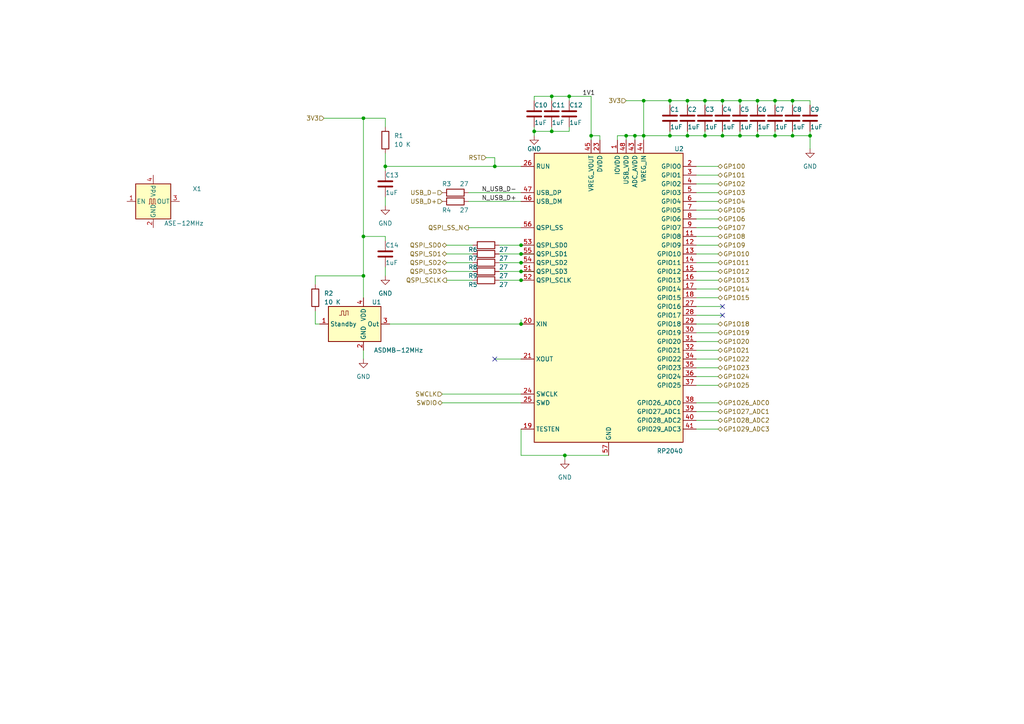
<source format=kicad_sch>
(kicad_sch (version 20230121) (generator eeschema)
  (paper "A4")
  (lib_symbols
    (symbol "Device:C" (pin_numbers hide) (pin_names (offset 0.254))
      (property "Reference" "C" (at 0.635 2.54 0))
      (property "Value" "C" (at 0.635 -2.54 0))
      (symbol "C_0_1"
        (polyline (pts (xy -2.032 -0.762) (xy 2.032 -0.762)) (stroke (width 0.508)))
        (polyline (pts (xy -2.032 0.762) (xy 2.032 0.762)) (stroke (width 0.508)))
      )
      (symbol "C_1_1"
        (pin passive line (at 0 3.81 270) (length 2.794) (name "~") (number "1"))
        (pin passive line (at 0 -3.81 90) (length 2.794) (name "~") (number "2"))
      )
    )
    (symbol "Device:R" (pin_numbers hide) (pin_names (offset 0))
      (property "Reference" "R" (at 2.032 0 90))
      (property "Value" "R" (at 0 0 90))
      (symbol "R_0_1"
        (rectangle (start -1.016 -2.54) (end 1.016 2.54) (stroke (width 0.254)))
      )
      (symbol "R_1_1"
        (pin passive line (at 0 3.81 270) (length 1.27) (name "~") (number "1"))
        (pin passive line (at 0 -3.81 90) (length 1.27) (name "~") (number "2"))
      )
    )
    (symbol "MCU_RaspberryPi:RP2040"
      (property "Reference" "U" (at 17.78 45.72 0))
      (property "Value" "RP2040" (at 17.78 43.18 0))
      (symbol "RP2040_0_1"
        (rectangle (start -21.59 41.91) (end 21.59 -41.91) (stroke (width 0.254)) (fill (type background)))
      )
      (symbol "RP2040_1_1"
        (pin power_in line (at 2.54 45.72 270) (length 3.81) (name "IOVDD") (number "1"))
        (pin passive line (at 2.54 45.72 270) (length 3.81) hide (name "IOVDD") (number "10"))
        (pin bidirectional line (at 25.4 17.78 180) (length 3.81) (name "GPIO8") (number "11"))
        (pin bidirectional line (at 25.4 15.24 180) (length 3.81) (name "GPIO9") (number "12"))
        (pin bidirectional line (at 25.4 12.7 180) (length 3.81) (name "GPIO10") (number "13"))
        (pin bidirectional line (at 25.4 10.16 180) (length 3.81) (name "GPIO11") (number "14"))
        (pin bidirectional line (at 25.4 7.62 180) (length 3.81) (name "GPIO12") (number "15"))
        (pin bidirectional line (at 25.4 5.08 180) (length 3.81) (name "GPIO13") (number "16"))
        (pin bidirectional line (at 25.4 2.54 180) (length 3.81) (name "GPIO14") (number "17"))
        (pin bidirectional line (at 25.4 0 180) (length 3.81) (name "GPIO15") (number "18"))
        (pin input line (at -25.4 -38.1 0) (length 3.81) (name "TESTEN") (number "19"))
        (pin bidirectional line (at 25.4 38.1 180) (length 3.81) (name "GPIO0") (number "2"))
        (pin input line (at -25.4 -7.62 0) (length 3.81) (name "XIN") (number "20"))
        (pin passive line (at -25.4 -17.78 0) (length 3.81) (name "XOUT") (number "21"))
        (pin passive line (at 2.54 45.72 270) (length 3.81) hide (name "IOVDD") (number "22"))
        (pin power_in line (at -2.54 45.72 270) (length 3.81) (name "DVDD") (number "23"))
        (pin input line (at -25.4 -27.94 0) (length 3.81) (name "SWCLK") (number "24"))
        (pin bidirectional line (at -25.4 -30.48 0) (length 3.81) (name "SWD") (number "25"))
        (pin input line (at -25.4 38.1 0) (length 3.81) (name "RUN") (number "26"))
        (pin bidirectional line (at 25.4 -2.54 180) (length 3.81) (name "GPIO16") (number "27"))
        (pin bidirectional line (at 25.4 -5.08 180) (length 3.81) (name "GPIO17") (number "28"))
        (pin bidirectional line (at 25.4 -7.62 180) (length 3.81) (name "GPIO18") (number "29"))
        (pin bidirectional line (at 25.4 35.56 180) (length 3.81) (name "GPIO1") (number "3"))
        (pin bidirectional line (at 25.4 -10.16 180) (length 3.81) (name "GPIO19") (number "30"))
        (pin bidirectional line (at 25.4 -12.7 180) (length 3.81) (name "GPIO20") (number "31"))
        (pin bidirectional line (at 25.4 -15.24 180) (length 3.81) (name "GPIO21") (number "32"))
        (pin passive line (at 2.54 45.72 270) (length 3.81) hide (name "IOVDD") (number "33"))
        (pin bidirectional line (at 25.4 -17.78 180) (length 3.81) (name "GPIO22") (number "34"))
        (pin bidirectional line (at 25.4 -20.32 180) (length 3.81) (name "GPIO23") (number "35"))
        (pin bidirectional line (at 25.4 -22.86 180) (length 3.81) (name "GPIO24") (number "36"))
        (pin bidirectional line (at 25.4 -25.4 180) (length 3.81) (name "GPIO25") (number "37"))
        (pin bidirectional line (at 25.4 -30.48 180) (length 3.81) (name "GPIO26_ADC0") (number "38"))
        (pin bidirectional line (at 25.4 -33.02 180) (length 3.81) (name "GPIO27_ADC1") (number "39"))
        (pin bidirectional line (at 25.4 33.02 180) (length 3.81) (name "GPIO2") (number "4"))
        (pin bidirectional line (at 25.4 -35.56 180) (length 3.81) (name "GPIO28_ADC2") (number "40"))
        (pin bidirectional line (at 25.4 -38.1 180) (length 3.81) (name "GPIO29_ADC3") (number "41"))
        (pin passive line (at 2.54 45.72 270) (length 3.81) hide (name "IOVDD") (number "42"))
        (pin power_in line (at 7.62 45.72 270) (length 3.81) (name "ADC_AVDD") (number "43"))
        (pin power_in line (at 10.16 45.72 270) (length 3.81) (name "VREG_IN") (number "44"))
        (pin power_out line (at -5.08 45.72 270) (length 3.81) (name "VREG_VOUT") (number "45"))
        (pin bidirectional line (at -25.4 27.94 0) (length 3.81) (name "USB_DM") (number "46"))
        (pin bidirectional line (at -25.4 30.48 0) (length 3.81) (name "USB_DP") (number "47"))
        (pin power_in line (at 5.08 45.72 270) (length 3.81) (name "USB_VDD") (number "48"))
        (pin passive line (at 2.54 45.72 270) (length 3.81) hide (name "IOVDD") (number "49"))
        (pin bidirectional line (at 25.4 30.48 180) (length 3.81) (name "GPIO3") (number "5"))
        (pin passive line (at -2.54 45.72 270) (length 3.81) hide (name "DVDD") (number "50"))
        (pin bidirectional line (at -25.4 7.62 0) (length 3.81) (name "QSPI_SD3") (number "51"))
        (pin output line (at -25.4 5.08 0) (length 3.81) (name "QSPI_SCLK") (number "52"))
        (pin bidirectional line (at -25.4 15.24 0) (length 3.81) (name "QSPI_SD0") (number "53"))
        (pin bidirectional line (at -25.4 10.16 0) (length 3.81) (name "QSPI_SD2") (number "54"))
        (pin bidirectional line (at -25.4 12.7 0) (length 3.81) (name "QSPI_SD1") (number "55"))
        (pin bidirectional line (at -25.4 20.32 0) (length 3.81) (name "QSPI_SS") (number "56"))
        (pin power_in line (at 0 -45.72 90) (length 3.81) (name "GND") (number "57"))
        (pin bidirectional line (at 25.4 27.94 180) (length 3.81) (name "GPIO4") (number "6"))
        (pin bidirectional line (at 25.4 25.4 180) (length 3.81) (name "GPIO5") (number "7"))
        (pin bidirectional line (at 25.4 22.86 180) (length 3.81) (name "GPIO6") (number "8"))
        (pin bidirectional line (at 25.4 20.32 180) (length 3.81) (name "GPIO7") (number "9"))
      )
    )
    (symbol "Oscillator:ASDMB-xxxMHz"
      (property "Reference" "U" (at -6.35 6.35 0))
      (property "Value" "ASDMB-xxxMHz" (at 11.43 6.35 0))
      (symbol "ASDMB-xxxMHz_1_1"
        (rectangle (start -7.62 5.08) (end 7.62 -5.08) (stroke (width 0.254)) (fill (type background)))
        (polyline (pts (xy -4.445 2.54) (xy -3.81 2.54) (xy -3.81 3.81) (xy -3.175 3.81) (xy -3.175 2.54) (xy -2.54 2.54) (xy -2.54 3.81) (xy -1.905 3.81) (xy -1.905 2.54)))
        (pin input line (at -10.16 0 0) (length 2.54) (name "Standby") (number "1"))
        (pin power_in line (at 2.54 -7.62 90) (length 2.54) (name "GND") (number "2"))
        (pin output line (at 10.16 0 180) (length 2.54) (name "Out") (number "3"))
        (pin power_in line (at 2.54 7.62 270) (length 2.54) (name "VDD") (number "4"))
      )
    )
    (symbol "Oscillator:ASE-xxxMHz" (pin_names (offset 0.254))
      (property "Reference" "X" (at -5.08 6.35 0))
      (property "Value" "ASE-xxxMHz" (at 1.27 -6.35 0))
      (symbol "ASE-xxxMHz_0_1"
        (rectangle (start -5.08 5.08) (end 5.08 -5.08) (stroke (width 0.254)) (fill (type background)))
        (polyline (pts (xy -1.27 -0.762) (xy -1.016 -0.762) (xy -1.016 0.762) (xy -0.508 0.762) (xy -0.508 -0.762) (xy 0 -0.762) (xy 0 0.762) (xy 0.508 0.762) (xy 0.508 -0.762) (xy 0.762 -0.762)))
      )
      (symbol "ASE-xxxMHz_1_1"
        (pin input line (at -7.62 0 0) (length 2.54) (name "EN") (number "1"))
        (pin power_in line (at 0 -7.62 90) (length 2.54) (name "GND") (number "2"))
        (pin output line (at 7.62 0 180) (length 2.54) (name "OUT") (number "3"))
        (pin power_in line (at 0 7.62 270) (length 2.54) (name "Vdd") (number "4"))
      )
    )
    (symbol "power:GND" (power) (pin_names (offset 0))
      (property "Value" "GND" (at 0 -3.81 0))
      (symbol "GND_0_1"
        (polyline (pts (xy 0 0) (xy 0 -1.27) (xy 1.27 -1.27) (xy 0 -2.54) (xy -1.27 -1.27) (xy 0 -1.27)))
      )
      (symbol "GND_1_1"
        (pin power_in line (at 0 0 270) (length 0) hide (name "GND") (number "1"))
      )
    )
  )
  (junction (at 199.39 39.37))
  (junction (at 105.41 80.01))
  (junction (at 163.83 132.08))
  (junction (at 151.13 71.12))
  (junction (at 209.55 29.21))
  (junction (at 214.63 39.37))
  (junction (at 151.13 76.2))
  (junction (at 214.63 29.21))
  (junction (at 229.87 39.37))
  (junction (at 171.45 39.37))
  (junction (at 224.79 29.21))
  (junction (at 184.15 39.37))
  (junction (at 204.47 39.37))
  (junction (at 151.13 73.66))
  (junction (at 199.39 29.21))
  (junction (at 151.13 81.28))
  (junction (at 204.47 29.21))
  (junction (at 209.55 39.37))
  (junction (at 186.69 29.21))
  (junction (at 229.87 29.21))
  (junction (at 111.76 48.26))
  (junction (at 151.13 93.98))
  (junction (at 194.31 39.37))
  (junction (at 160.02 27.94))
  (junction (at 105.41 68.58))
  (junction (at 234.95 39.37))
  (junction (at 194.31 29.21))
  (junction (at 105.41 34.29))
  (junction (at 165.1 27.94))
  (junction (at 151.13 78.74))
  (junction (at 181.61 39.37))
  (junction (at 154.94 38.1))
  (junction (at 224.79 39.37))
  (junction (at 219.71 29.21))
  (junction (at 143.51 48.26))
  (junction (at 186.69 39.37))
  (junction (at 219.71 39.37))
  (junction (at 160.02 38.1))
  (no_connect (at 143.51 104.14))
  (no_connect (at 209.55 88.9))
  (no_connect (at 209.55 91.44))
  (wire (pts (xy 201.93 124.46) (xy 208.28 124.46)))
  (wire (pts (xy 186.69 39.37) (xy 194.31 39.37)))
  (wire (pts (xy 201.93 78.74) (xy 208.28 78.74)))
  (wire (pts (xy 111.76 57.15) (xy 111.76 59.69)))
  (wire (pts (xy 144.78 76.2) (xy 151.13 76.2)))
  (wire (pts (xy 194.31 39.37) (xy 194.31 38.1)))
  (wire (pts (xy 204.47 39.37) (xy 204.47 38.1)))
  (wire (pts (xy 140.97 45.72) (xy 143.51 45.72)))
  (wire (pts (xy 171.45 39.37) (xy 171.45 40.64)))
  (wire (pts (xy 144.78 81.28) (xy 151.13 81.28)))
  (wire (pts (xy 199.39 39.37) (xy 204.47 39.37)))
  (wire (pts (xy 129.54 78.74) (xy 137.16 78.74)))
  (wire (pts (xy 181.61 29.21) (xy 186.69 29.21)))
  (wire (pts (xy 214.63 39.37) (xy 219.71 39.37)))
  (wire (pts (xy 214.63 29.21) (xy 219.71 29.21)))
  (wire (pts (xy 204.47 29.21) (xy 204.47 30.48)))
  (wire (pts (xy 194.31 29.21) (xy 199.39 29.21)))
  (wire (pts (xy 173.99 39.37) (xy 173.99 40.64)))
  (wire (pts (xy 111.76 68.58) (xy 111.76 69.85)))
  (wire (pts (xy 163.83 132.08) (xy 176.53 132.08)))
  (wire (pts (xy 160.02 38.1) (xy 160.02 36.83)))
  (wire (pts (xy 219.71 39.37) (xy 224.79 39.37)))
  (wire (pts (xy 201.93 91.44) (xy 209.55 91.44)))
  (wire (pts (xy 201.93 116.84) (xy 208.28 116.84)))
  (wire (pts (xy 154.94 76.2) (xy 151.13 76.2)))
  (wire (pts (xy 144.78 71.12) (xy 151.13 71.12)))
  (wire (pts (xy 105.41 68.58) (xy 111.76 68.58)))
  (wire (pts (xy 201.93 81.28) (xy 208.28 81.28)))
  (wire (pts (xy 91.44 82.55) (xy 91.44 80.01)))
  (wire (pts (xy 129.54 81.28) (xy 137.16 81.28)))
  (wire (pts (xy 129.54 73.66) (xy 137.16 73.66)))
  (wire (pts (xy 129.54 71.12) (xy 137.16 71.12)))
  (wire (pts (xy 105.41 34.29) (xy 105.41 68.58)))
  (wire (pts (xy 201.93 83.82) (xy 208.28 83.82)))
  (wire (pts (xy 143.51 45.72) (xy 143.51 48.26)))
  (wire (pts (xy 154.94 73.66) (xy 151.13 73.66)))
  (wire (pts (xy 199.39 39.37) (xy 199.39 38.1)))
  (wire (pts (xy 128.27 116.84) (xy 151.13 116.84)))
  (wire (pts (xy 201.93 68.58) (xy 208.28 68.58)))
  (wire (pts (xy 214.63 39.37) (xy 214.63 38.1)))
  (wire (pts (xy 201.93 96.52) (xy 208.28 96.52)))
  (wire (pts (xy 229.87 39.37) (xy 229.87 38.1)))
  (wire (pts (xy 160.02 27.94) (xy 165.1 27.94)))
  (wire (pts (xy 93.98 34.29) (xy 105.41 34.29)))
  (wire (pts (xy 105.41 34.29) (xy 111.76 34.29)))
  (wire (pts (xy 201.93 119.38) (xy 208.28 119.38)))
  (wire (pts (xy 91.44 93.98) (xy 92.71 93.98)))
  (wire (pts (xy 163.83 132.08) (xy 163.83 133.35)))
  (wire (pts (xy 105.41 68.58) (xy 105.41 80.01)))
  (wire (pts (xy 105.41 80.01) (xy 105.41 86.36)))
  (wire (pts (xy 151.13 132.08) (xy 151.13 124.46)))
  (wire (pts (xy 201.93 104.14) (xy 208.28 104.14)))
  (wire (pts (xy 154.94 38.1) (xy 154.94 36.83)))
  (wire (pts (xy 184.15 39.37) (xy 181.61 39.37)))
  (wire (pts (xy 144.78 73.66) (xy 151.13 73.66)))
  (wire (pts (xy 165.1 38.1) (xy 165.1 36.83)))
  (wire (pts (xy 201.93 86.36) (xy 208.28 86.36)))
  (wire (pts (xy 214.63 29.21) (xy 214.63 30.48)))
  (wire (pts (xy 91.44 80.01) (xy 105.41 80.01)))
  (wire (pts (xy 199.39 29.21) (xy 204.47 29.21)))
  (wire (pts (xy 160.02 27.94) (xy 160.02 29.21)))
  (wire (pts (xy 229.87 39.37) (xy 234.95 39.37)))
  (wire (pts (xy 201.93 99.06) (xy 208.28 99.06)))
  (wire (pts (xy 151.13 132.08) (xy 163.83 132.08)))
  (wire (pts (xy 201.93 109.22) (xy 208.28 109.22)))
  (wire (pts (xy 201.93 88.9) (xy 209.55 88.9)))
  (wire (pts (xy 154.94 27.94) (xy 160.02 27.94)))
  (wire (pts (xy 154.94 78.74) (xy 151.13 78.74)))
  (wire (pts (xy 199.39 29.21) (xy 199.39 30.48)))
  (wire (pts (xy 219.71 39.37) (xy 219.71 38.1)))
  (wire (pts (xy 201.93 48.26) (xy 208.28 48.26)))
  (wire (pts (xy 201.93 73.66) (xy 208.28 73.66)))
  (wire (pts (xy 111.76 44.45) (xy 111.76 48.26)))
  (wire (pts (xy 224.79 29.21) (xy 229.87 29.21)))
  (wire (pts (xy 201.93 53.34) (xy 208.28 53.34)))
  (wire (pts (xy 111.76 77.47) (xy 111.76 80.01)))
  (wire (pts (xy 184.15 39.37) (xy 184.15 40.64)))
  (wire (pts (xy 201.93 71.12) (xy 208.28 71.12)))
  (wire (pts (xy 111.76 48.26) (xy 111.76 49.53)))
  (wire (pts (xy 201.93 60.96) (xy 208.28 60.96)))
  (wire (pts (xy 219.71 29.21) (xy 224.79 29.21)))
  (wire (pts (xy 105.41 101.6) (xy 105.41 104.14)))
  (wire (pts (xy 160.02 38.1) (xy 165.1 38.1)))
  (wire (pts (xy 209.55 39.37) (xy 214.63 39.37)))
  (wire (pts (xy 184.15 39.37) (xy 186.69 39.37)))
  (wire (pts (xy 111.76 34.29) (xy 111.76 36.83)))
  (wire (pts (xy 209.55 29.21) (xy 209.55 30.48)))
  (wire (pts (xy 128.27 114.3) (xy 151.13 114.3)))
  (wire (pts (xy 201.93 63.5) (xy 208.28 63.5)))
  (wire (pts (xy 201.93 55.88) (xy 208.28 55.88)))
  (wire (pts (xy 186.69 29.21) (xy 186.69 39.37)))
  (wire (pts (xy 171.45 39.37) (xy 171.45 27.94)))
  (wire (pts (xy 154.94 27.94) (xy 154.94 29.21)))
  (wire (pts (xy 154.94 81.28) (xy 151.13 81.28)))
  (wire (pts (xy 165.1 27.94) (xy 165.1 29.21)))
  (wire (pts (xy 143.51 104.14) (xy 151.13 104.14)))
  (wire (pts (xy 234.95 29.21) (xy 234.95 30.48)))
  (wire (pts (xy 201.93 76.2) (xy 208.28 76.2)))
  (wire (pts (xy 135.89 55.88) (xy 151.13 55.88)))
  (wire (pts (xy 186.69 40.64) (xy 186.69 39.37)))
  (wire (pts (xy 201.93 93.98) (xy 208.28 93.98)))
  (wire (pts (xy 201.93 111.76) (xy 208.28 111.76)))
  (wire (pts (xy 154.94 38.1) (xy 160.02 38.1)))
  (wire (pts (xy 181.61 39.37) (xy 179.07 39.37)))
  (wire (pts (xy 143.51 48.26) (xy 151.13 48.26)))
  (wire (pts (xy 201.93 58.42) (xy 208.28 58.42)))
  (wire (pts (xy 91.44 90.17) (xy 91.44 93.98)))
  (wire (pts (xy 201.93 50.8) (xy 208.28 50.8)))
  (wire (pts (xy 194.31 39.37) (xy 199.39 39.37)))
  (wire (pts (xy 201.93 66.04) (xy 208.28 66.04)))
  (wire (pts (xy 144.78 78.74) (xy 151.13 78.74)))
  (wire (pts (xy 129.54 76.2) (xy 137.16 76.2)))
  (wire (pts (xy 224.79 39.37) (xy 229.87 39.37)))
  (wire (pts (xy 224.79 29.21) (xy 224.79 30.48)))
  (wire (pts (xy 111.76 48.26) (xy 143.51 48.26)))
  (wire (pts (xy 201.93 106.68) (xy 208.28 106.68)))
  (wire (pts (xy 209.55 39.37) (xy 209.55 38.1)))
  (wire (pts (xy 154.94 38.1) (xy 154.94 39.37)))
  (wire (pts (xy 179.07 39.37) (xy 179.07 40.64)))
  (wire (pts (xy 234.95 39.37) (xy 234.95 38.1)))
  (wire (pts (xy 135.89 58.42) (xy 151.13 58.42)))
  (wire (pts (xy 181.61 39.37) (xy 181.61 40.64)))
  (wire (pts (xy 165.1 27.94) (xy 171.45 27.94)))
  (wire (pts (xy 201.93 101.6) (xy 208.28 101.6)))
  (wire (pts (xy 154.94 71.12) (xy 151.13 71.12)))
  (wire (pts (xy 209.55 29.21) (xy 214.63 29.21)))
  (wire (pts (xy 229.87 29.21) (xy 229.87 30.48)))
  (wire (pts (xy 194.31 29.21) (xy 194.31 30.48)))
  (wire (pts (xy 135.89 66.04) (xy 151.13 66.04)))
  (wire (pts (xy 204.47 39.37) (xy 209.55 39.37)))
  (wire (pts (xy 204.47 29.21) (xy 209.55 29.21)))
  (wire (pts (xy 171.45 39.37) (xy 173.99 39.37)))
  (wire (pts (xy 186.69 29.21) (xy 194.31 29.21)))
  (wire (pts (xy 219.71 29.21) (xy 219.71 30.48)))
  (wire (pts (xy 224.79 39.37) (xy 224.79 38.1)))
  (wire (pts (xy 151.13 93.98) (xy 151.13 92.71)))
  (wire (pts (xy 201.93 121.92) (xy 208.28 121.92)))
  (wire (pts (xy 234.95 39.37) (xy 234.95 43.18)))
  (wire (pts (xy 229.87 29.21) (xy 234.95 29.21)))
  (wire (pts (xy 113.03 93.98) (xy 151.13 93.98)))
  (label "1V1" (at 168.91 27.94 0))
  (label "N_USB_D-" (at 139.7 55.88 0))
  (label "N_USB_D+" (at 139.7 58.42 0))
  (hierarchical_label "QSPI_SS_N" (shape output) (at 135.89 66.04 180))
  (hierarchical_label "GP1O2" (shape tri_state) (at 208.28 53.34 0))
  (hierarchical_label "GP1O3" (shape tri_state) (at 208.28 55.88 0))
  (hierarchical_label "GP1O27_ADC1" (shape bidirectional) (at 208.28 119.38 0))
  (hierarchical_label "GP1O14" (shape bidirectional) (at 208.28 83.82 0))
  (hierarchical_label "GP1O18" (shape bidirectional) (at 208.28 93.98 0))
  (hierarchical_label "USB_D+" (shape input) (at 128.27 58.42 180))
  (hierarchical_label "QSPI_SD0" (shape bidirectional) (at 129.54 71.12 180))
  (hierarchical_label "GP1O19" (shape bidirectional) (at 208.28 96.52 0))
  (hierarchical_label "GP1O11" (shape bidirectional) (at 208.28 76.2 0))
  (hierarchical_label "GP1O28_ADC2" (shape bidirectional) (at 208.28 121.92 0))
  (hierarchical_label "GP1O0" (shape tri_state) (at 208.28 48.26 0))
  (hierarchical_label "GP1O13" (shape bidirectional) (at 208.28 81.28 0))
  (hierarchical_label "GP1O12" (shape bidirectional) (at 208.28 78.74 0))
  (hierarchical_label "GP1O22" (shape bidirectional) (at 208.28 104.14 0))
  (hierarchical_label "GP1O23" (shape bidirectional) (at 208.28 106.68 0))
  (hierarchical_label "GP1O21" (shape bidirectional) (at 208.28 101.6 0))
  (hierarchical_label "RST" (shape input) (at 140.97 45.72 180))
  (hierarchical_label "GP1O29_ADC3" (shape bidirectional) (at 208.28 124.46 0))
  (hierarchical_label "QSPI_SD2" (shape bidirectional) (at 129.54 76.2 180))
  (hierarchical_label "GP1O5" (shape tri_state) (at 208.28 60.96 0))
  (hierarchical_label "3V3" (shape input) (at 93.98 34.29 180))
  (hierarchical_label "SWDIO" (shape bidirectional) (at 128.27 116.84 180))
  (hierarchical_label "GP1O26_ADC0" (shape bidirectional) (at 208.28 116.84 0))
  (hierarchical_label "GP1O15" (shape bidirectional) (at 208.28 86.36 0))
  (hierarchical_label "GP1O1" (shape tri_state) (at 208.28 50.8 0))
  (hierarchical_label "QSPI_SD1" (shape bidirectional) (at 129.54 73.66 180))
  (hierarchical_label "GP1O20" (shape bidirectional) (at 208.28 99.06 0))
  (hierarchical_label "GP1O10" (shape bidirectional) (at 208.28 73.66 0))
  (hierarchical_label "GP1O7" (shape tri_state) (at 208.28 66.04 0))
  (hierarchical_label "QSPI_SCLK" (shape output) (at 129.54 81.28 180))
  (hierarchical_label "SWCLK" (shape input) (at 128.27 114.3 180))
  (hierarchical_label "GP1O4" (shape tri_state) (at 208.28 58.42 0))
  (hierarchical_label "GP1O6" (shape tri_state) (at 208.28 63.5 0))
  (hierarchical_label "3V3" (shape input) (at 181.61 29.21 180))
  (hierarchical_label "GP1O24" (shape bidirectional) (at 208.28 109.22 0))
  (hierarchical_label "QSPI_SD3" (shape bidirectional) (at 129.54 78.74 180))
  (hierarchical_label "GP1O25" (shape bidirectional) (at 208.28 111.76 0))
  (hierarchical_label "USB_D-" (shape input) (at 128.27 55.88 180))
  (hierarchical_label "GP1O8" (shape tri_state) (at 208.28 68.58 0))
  (hierarchical_label "GP1O9" (shape tri_state) (at 208.28 71.12 0))
  (symbol (lib_id "Device:C") (at 160.02 33.02 0) (unit 1)
    (property "Reference" "C11" (at 160.02 30.48 0) (effects (justify left)))
    (property "Value" "1uF" (at 160.02 35.56 0) (effects (justify left)))
  )
  (symbol (lib_id "Device:R") (at 140.97 81.28 90) (unit 1)
    (property "Reference" "R5" (at 137.16 82.55 90))
    (property "Value" "27" (at 146.05 82.55 90))
  )
  (symbol (lib_id "power:GND") (at 111.76 59.69 0) (unit 1)
    (property "Reference" "#PWR04" (effects hide))
    (property "Value" "GND" (at 111.76 64.77 0))
  )
  (symbol (lib_id "Device:C") (at 204.47 34.29 0) (unit 1)
    (property "Reference" "C3" (at 204.47 31.75 0) (effects (justify left)))
    (property "Value" "1uF" (at 204.47 36.83 0) (effects (justify left)))
  )
  (symbol (lib_id "Oscillator:ASDMB-xxxMHz") (at 102.87 93.98 0) (unit 1)
    (property "Reference" "U1" (at 109.22 87.63 0))
    (property "Value" "ASDMB-12MHz" (at 115.57 101.6 0))
    (property "Footprint" "Oscillator:Oscillator_SMD_Abracon_ASDMB-4Pin_2.5x2.0mm" (effects hide))
    (property "Datasheet" "https://abracon.com/Oscillators/ASDMB.pdf" (effects hide))
  )
  (symbol (lib_id "Device:C") (at 224.79 34.29 0) (unit 1)
    (property "Reference" "C7" (at 224.79 31.75 0) (effects (justify left)))
    (property "Value" "1uF" (at 224.79 36.83 0) (effects (justify left)))
  )
  (symbol (lib_id "power:GND") (at 234.95 43.18 0) (unit 1)
    (property "Reference" "#PWR02" (effects hide))
    (property "Value" "GND" (at 234.95 48.26 0))
  )
  (symbol (lib_id "Device:C") (at 214.63 34.29 0) (unit 1)
    (property "Reference" "C5" (at 214.63 31.75 0) (effects (justify left)))
    (property "Value" "1uF" (at 214.63 36.83 0) (effects (justify left)))
  )
  (symbol (lib_id "Device:R") (at 140.97 73.66 90) (unit 1)
    (property "Reference" "R7" (at 137.16 74.93 90))
    (property "Value" "27" (at 146.05 74.93 90))
  )
  (symbol (lib_id "Device:C") (at 111.76 53.34 0) (unit 1)
    (property "Reference" "C13" (at 111.76 50.8 0) (effects (justify left)))
    (property "Value" "1uF" (at 111.76 55.88 0) (effects (justify left)))
  )
  (symbol (lib_id "power:GND") (at 105.41 104.14 0) (unit 1)
    (property "Reference" "#PWR05" (effects hide))
    (property "Value" "GND" (at 105.41 109.22 0))
  )
  (symbol (lib_id "Oscillator:ASE-xxxMHz") (at 44.45 58.42 0) (unit 1)
    (property "Reference" "X1" (at 57.15 54.7721 0))
    (property "Value" "ASE-12MHz" (at 53.34 64.77 0))
    (property "Footprint" "Oscillator:Oscillator_SMD_Abracon_ASE-4Pin_3.2x2.5mm" (effects hide))
    (property "Datasheet" "http://www.abracon.com/Oscillators/ASV.pdf" (effects hide))
  )
  (symbol (lib_id "power:GND") (at 111.76 80.01 0) (unit 1)
    (property "Reference" "#PWR06" (effects hide))
    (property "Value" "GND" (at 111.76 85.09 0))
  )
  (symbol (lib_id "Device:C") (at 209.55 34.29 0) (unit 1)
    (property "Reference" "C4" (at 209.55 31.75 0) (effects (justify left)))
    (property "Value" "1uF" (at 209.55 36.83 0) (effects (justify left)))
  )
  (symbol (lib_id "Device:C") (at 154.94 33.02 0) (unit 1)
    (property "Reference" "C10" (at 154.94 30.48 0) (effects (justify left)))
    (property "Value" "1uF" (at 154.94 35.56 0) (effects (justify left)))
  )
  (symbol (lib_id "Device:R") (at 132.08 58.42 270) (unit 1)
    (property "Reference" "R4" (at 129.54 60.96 90))
    (property "Value" "27" (at 134.62 60.96 90))
  )
  (symbol (lib_id "Device:C") (at 219.71 34.29 0) (unit 1)
    (property "Reference" "C6" (at 219.71 31.75 0) (effects (justify left)))
    (property "Value" "1uF" (at 219.71 36.83 0) (effects (justify left)))
  )
  (symbol (lib_id "Device:C") (at 194.31 34.29 0) (unit 1)
    (property "Reference" "C1" (at 194.31 31.75 0) (effects (justify left)))
    (property "Value" "1uF" (at 194.31 36.83 0) (effects (justify left)))
  )
  (symbol (lib_id "Device:C") (at 229.87 34.29 0) (unit 1)
    (property "Reference" "C8" (at 229.87 31.75 0) (effects (justify left)))
    (property "Value" "1uF" (at 229.87 36.83 0) (effects (justify left)))
  )
  (symbol (lib_id "Device:C") (at 199.39 34.29 0) (unit 1)
    (property "Reference" "C2" (at 199.39 31.75 0) (effects (justify left)))
    (property "Value" "1uF" (at 199.39 36.83 0) (effects (justify left)))
  )
  (symbol (lib_id "Device:R") (at 111.76 40.64 0) (unit 1)
    (property "Reference" "R1" (at 114.3 39.37 0) (effects (justify left)))
    (property "Value" "10 K" (at 114.3 41.91 0) (effects (justify left)))
  )
  (symbol (lib_id "MCU_RaspberryPi:RP2040") (at 176.53 86.36 0) (unit 1)
    (property "Reference" "U2" (at 195.58 43.18 0) (effects (justify left)))
    (property "Value" "RP2040" (at 190.5 130.81 0) (effects (justify left)))
    (property "Footprint" "Package_DFN_QFN:QFN-56-1EP_7x7mm_P0.4mm_EP3.2x3.2mm" (effects hide))
    (property "Datasheet" "https://datasheets.raspberrypi.com/rp2040/rp2040-datasheet.pdf" (effects hide))
  )
  (symbol (lib_id "Device:C") (at 165.1 33.02 0) (unit 1)
    (property "Reference" "C12" (at 165.1 30.48 0) (effects (justify left)))
    (property "Value" "1uF" (at 165.1 35.56 0) (effects (justify left)))
  )
  (symbol (lib_id "Device:R") (at 91.44 86.36 0) (unit 1)
    (property "Reference" "R2" (at 93.98 85.09 0) (effects (justify left)))
    (property "Value" "10 K" (at 93.98 87.63 0) (effects (justify left)))
  )
  (symbol (lib_id "Device:C") (at 111.76 73.66 0) (unit 1)
    (property "Reference" "C14" (at 111.76 71.12 0) (effects (justify left)))
    (property "Value" "1uF" (at 111.76 76.2 0) (effects (justify left)))
  )
  (symbol (lib_id "Device:R") (at 140.97 78.74 90) (unit 1)
    (property "Reference" "R9" (at 137.16 80.01 90))
    (property "Value" "27" (at 146.05 80.01 90))
  )
  (symbol (lib_id "power:GND") (at 163.83 133.35 0) (unit 1)
    (property "Reference" "#PWR01" (effects hide))
    (property "Value" "GND" (at 163.83 138.43 0))
  )
  (symbol (lib_id "power:GND") (at 154.94 39.37 0) (unit 1)
    (property "Reference" "#PWR03" (effects hide))
    (property "Value" "GND" (at 154.94 43.18 0))
  )
  (symbol (lib_id "Device:R") (at 140.97 76.2 90) (unit 1)
    (property "Reference" "R8" (at 137.16 77.47 90))
    (property "Value" "27" (at 146.05 77.47 90))
  )
  (symbol (lib_id "Device:R") (at 132.08 55.88 90) (unit 1)
    (property "Reference" "R3" (at 129.54 53.34 90))
    (property "Value" "27" (at 134.62 53.34 90))
  )
  (symbol (lib_id "Device:R") (at 140.97 71.12 90) (unit 1)
    (property "Reference" "R6" (at 137.16 72.39 90))
    (property "Value" "27" (at 146.05 72.39 90))
  )
  (symbol (lib_id "Device:C") (at 234.95 34.29 0) (unit 1)
    (property "Reference" "C9" (at 234.95 31.75 0) (effects (justify left)))
    (property "Value" "1uF" (at 234.95 36.83 0) (effects (justify left)))
  )
)
</source>
